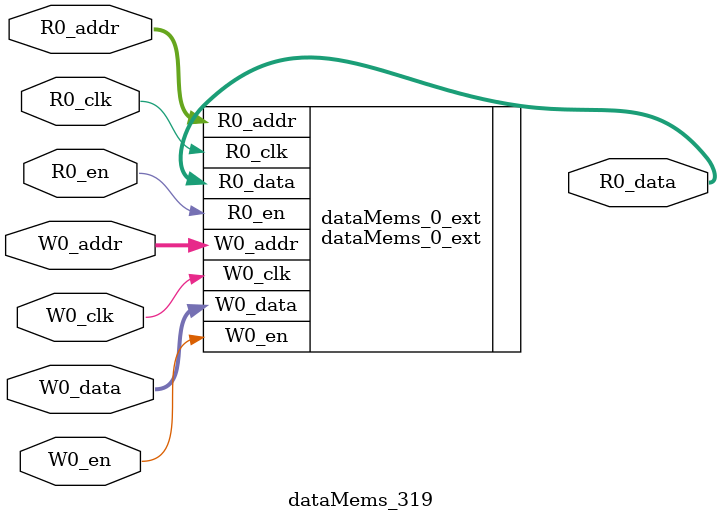
<source format=sv>
`ifndef RANDOMIZE
  `ifdef RANDOMIZE_REG_INIT
    `define RANDOMIZE
  `endif // RANDOMIZE_REG_INIT
`endif // not def RANDOMIZE
`ifndef RANDOMIZE
  `ifdef RANDOMIZE_MEM_INIT
    `define RANDOMIZE
  `endif // RANDOMIZE_MEM_INIT
`endif // not def RANDOMIZE

`ifndef RANDOM
  `define RANDOM $random
`endif // not def RANDOM

// Users can define 'PRINTF_COND' to add an extra gate to prints.
`ifndef PRINTF_COND_
  `ifdef PRINTF_COND
    `define PRINTF_COND_ (`PRINTF_COND)
  `else  // PRINTF_COND
    `define PRINTF_COND_ 1
  `endif // PRINTF_COND
`endif // not def PRINTF_COND_

// Users can define 'ASSERT_VERBOSE_COND' to add an extra gate to assert error printing.
`ifndef ASSERT_VERBOSE_COND_
  `ifdef ASSERT_VERBOSE_COND
    `define ASSERT_VERBOSE_COND_ (`ASSERT_VERBOSE_COND)
  `else  // ASSERT_VERBOSE_COND
    `define ASSERT_VERBOSE_COND_ 1
  `endif // ASSERT_VERBOSE_COND
`endif // not def ASSERT_VERBOSE_COND_

// Users can define 'STOP_COND' to add an extra gate to stop conditions.
`ifndef STOP_COND_
  `ifdef STOP_COND
    `define STOP_COND_ (`STOP_COND)
  `else  // STOP_COND
    `define STOP_COND_ 1
  `endif // STOP_COND
`endif // not def STOP_COND_

// Users can define INIT_RANDOM as general code that gets injected into the
// initializer block for modules with registers.
`ifndef INIT_RANDOM
  `define INIT_RANDOM
`endif // not def INIT_RANDOM

// If using random initialization, you can also define RANDOMIZE_DELAY to
// customize the delay used, otherwise 0.002 is used.
`ifndef RANDOMIZE_DELAY
  `define RANDOMIZE_DELAY 0.002
`endif // not def RANDOMIZE_DELAY

// Define INIT_RANDOM_PROLOG_ for use in our modules below.
`ifndef INIT_RANDOM_PROLOG_
  `ifdef RANDOMIZE
    `ifdef VERILATOR
      `define INIT_RANDOM_PROLOG_ `INIT_RANDOM
    `else  // VERILATOR
      `define INIT_RANDOM_PROLOG_ `INIT_RANDOM #`RANDOMIZE_DELAY begin end
    `endif // VERILATOR
  `else  // RANDOMIZE
    `define INIT_RANDOM_PROLOG_
  `endif // RANDOMIZE
`endif // not def INIT_RANDOM_PROLOG_

// Include register initializers in init blocks unless synthesis is set
`ifndef SYNTHESIS
  `ifndef ENABLE_INITIAL_REG_
    `define ENABLE_INITIAL_REG_
  `endif // not def ENABLE_INITIAL_REG_
`endif // not def SYNTHESIS

// Include rmemory initializers in init blocks unless synthesis is set
`ifndef SYNTHESIS
  `ifndef ENABLE_INITIAL_MEM_
    `define ENABLE_INITIAL_MEM_
  `endif // not def ENABLE_INITIAL_MEM_
`endif // not def SYNTHESIS

module dataMems_319(	// @[generators/ara/src/main/scala/UnsafeAXI4ToTL.scala:365:62]
  input  [4:0]  R0_addr,
  input         R0_en,
  input         R0_clk,
  output [66:0] R0_data,
  input  [4:0]  W0_addr,
  input         W0_en,
  input         W0_clk,
  input  [66:0] W0_data
);

  dataMems_0_ext dataMems_0_ext (	// @[generators/ara/src/main/scala/UnsafeAXI4ToTL.scala:365:62]
    .R0_addr (R0_addr),
    .R0_en   (R0_en),
    .R0_clk  (R0_clk),
    .R0_data (R0_data),
    .W0_addr (W0_addr),
    .W0_en   (W0_en),
    .W0_clk  (W0_clk),
    .W0_data (W0_data)
  );
endmodule


</source>
